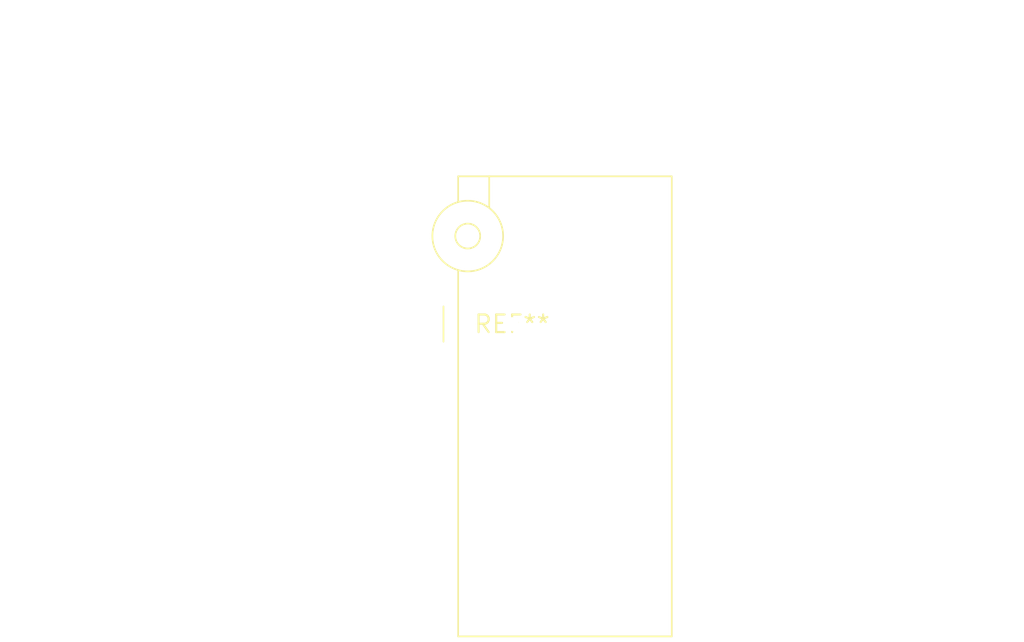
<source format=kicad_pcb>
(kicad_pcb (version 20240108) (generator pcbnew)
  (layers (0 "F.Cu" signal) (31 "B.Cu" signal) (34 "B.Paste" user) (35 "F.Paste" user) (36 "B.SilkS" user "B.Silkscreen") (37 "F.SilkS" user "F.Silkscreen") (38 "B.Mask" user) (39 "F.Mask" user) (44 "Edge.Cuts" user))
  (net 0 "")
  (footprint "DIP_Socket-14_W4.3_W5.08_W7.62_W10.16_W10.9_3M_214-3339-00-0602J" (layer "F.Cu") (at 0 0)
    (property "Reference" "REF**")
    (property "Value" "DIP_Socket-14_W4.3_W5.08_W7.62_W10.16_W10.9_3M_214-3339-00-0602J")
    (fp_line (start -4.95 1.27) (end -4.95 -1.27) (layer "F.SilkS") (stroke (width 0.12)))
    (fp_line (start -3.89 -10.66) (end -3.89 -8.8) (layer "F.SilkS") (stroke (width 0.12)))
    (fp_line (start -3.89 -3.9) (end -3.89 22.54) (layer "F.SilkS") (stroke (width 0.12)))
    (fp_line (start -3.89 22.54) (end 11.51 22.54) (layer "F.SilkS") (stroke (width 0.12)))
    (fp_line (start -1.65 -10.66) (end -1.65 -8.4) (layer "F.SilkS") (stroke (width 0.12)))
    (fp_line (start 11.51 -10.66) (end -3.89 -10.66) (layer "F.SilkS") (stroke (width 0.12)))
    (fp_line (start 11.51 22.54) (end 11.51 -10.66) (layer "F.SilkS") (stroke (width 0.12)))
    (fp_circle (center -3.2 -6.35) (end -2.3 -6.35) (layer "F.SilkS") (stroke (width 0.12)) (fill none))
    (fp_circle (center -3.2 -6.35) (end -0.65 -6.35) (layer "F.SilkS") (stroke (width 0.12)) (fill none))
    (pad "1" thru_hole rect (at 0 0) (size 2 1.44) (drill 1) (layers *.Cu *.Mask) (remove_unused_layers))
    (pad "2" thru_hole oval (at 0 2.54) (size 2 1.44) (drill 1) (layers *.Cu *.Mask) (remove_unused_layers))
    (pad "3" thru_hole oval (at 0 5.08) (size 2 1.44) (drill 1) (layers *.Cu *.Mask) (remove_unused_layers))
    (pad "4" thru_hole oval (at 0 7.62) (size 2 1.44) (drill 1) (layers *.Cu *.Mask) (remove_unused_layers))
    (pad "5" thru_hole oval (at 0 10.16) (size 2 1.44) (drill 1) (layers *.Cu *.Mask) (remove_unused_layers))
    (pad "6" thru_hole oval (at 0 12.7) (size 2 1.44) (drill 1) (layers *.Cu *.Mask) (remove_unused_layers))
    (pad "7" thru_hole oval (at 0 15.24) (size 2 1.44) (drill 1) (layers *.Cu *.Mask) (remove_unused_layers))
    (pad "8" thru_hole oval (at 7.62 15.24) (size 2 1.44) (drill 1) (layers *.Cu *.Mask) (remove_unused_layers))
    (pad "9" thru_hole oval (at 7.62 12.7) (size 2 1.44) (drill 1) (layers *.Cu *.Mask) (remove_unused_layers))
    (pad "10" thru_hole oval (at 7.62 10.16) (size 2 1.44) (drill 1) (layers *.Cu *.Mask) (remove_unused_layers))
    (pad "11" thru_hole oval (at 7.62 7.62) (size 2 1.44) (drill 1) (layers *.Cu *.Mask) (remove_unused_layers))
    (pad "12" thru_hole oval (at 7.62 5.08) (size 2 1.44) (drill 1) (layers *.Cu *.Mask) (remove_unused_layers))
    (pad "13" thru_hole oval (at 7.62 2.54) (size 2 1.44) (drill 1) (layers *.Cu *.Mask) (remove_unused_layers))
    (pad "14" thru_hole oval (at 7.62 0) (size 2 1.44) (drill 1) (layers *.Cu *.Mask) (remove_unused_layers))
  )
)
</source>
